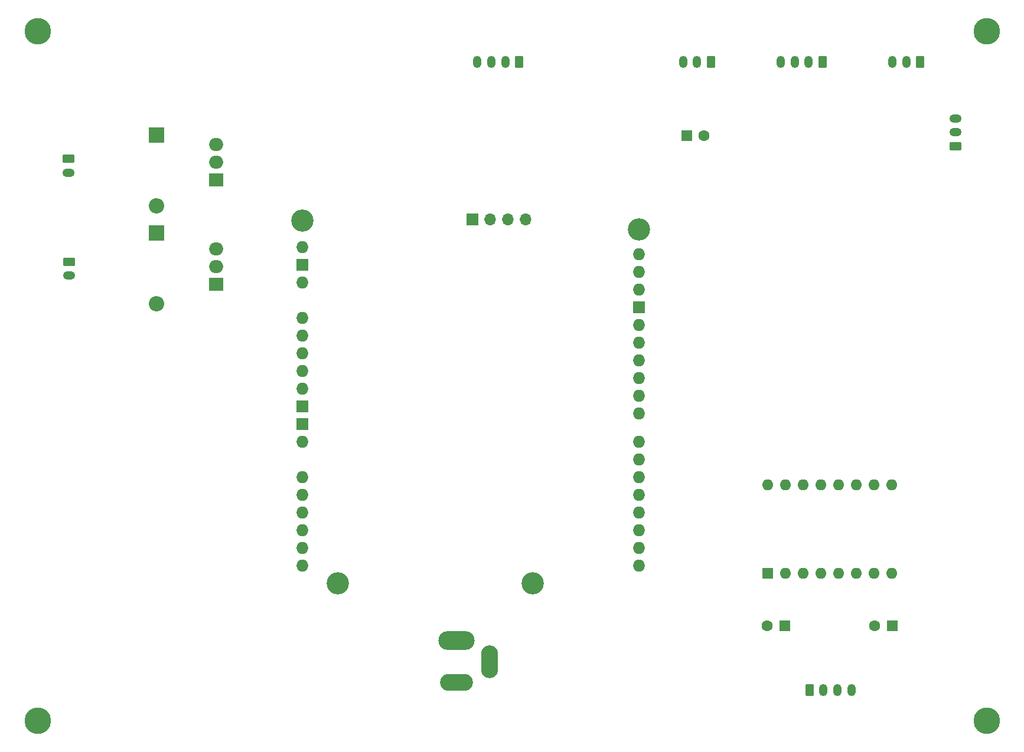
<source format=gbs>
%TF.GenerationSoftware,KiCad,Pcbnew,8.0.0*%
%TF.CreationDate,2024-03-04T10:49:59+07:00*%
%TF.ProjectId,capstone,63617073-746f-46e6-952e-6b696361645f,rev?*%
%TF.SameCoordinates,Original*%
%TF.FileFunction,Soldermask,Bot*%
%TF.FilePolarity,Negative*%
%FSLAX46Y46*%
G04 Gerber Fmt 4.6, Leading zero omitted, Abs format (unit mm)*
G04 Created by KiCad (PCBNEW 8.0.0) date 2024-03-04 10:49:59*
%MOMM*%
%LPD*%
G01*
G04 APERTURE LIST*
G04 Aperture macros list*
%AMRoundRect*
0 Rectangle with rounded corners*
0 $1 Rounding radius*
0 $2 $3 $4 $5 $6 $7 $8 $9 X,Y pos of 4 corners*
0 Add a 4 corners polygon primitive as box body*
4,1,4,$2,$3,$4,$5,$6,$7,$8,$9,$2,$3,0*
0 Add four circle primitives for the rounded corners*
1,1,$1+$1,$2,$3*
1,1,$1+$1,$4,$5*
1,1,$1+$1,$6,$7*
1,1,$1+$1,$8,$9*
0 Add four rect primitives between the rounded corners*
20,1,$1+$1,$2,$3,$4,$5,0*
20,1,$1+$1,$4,$5,$6,$7,0*
20,1,$1+$1,$6,$7,$8,$9,0*
20,1,$1+$1,$8,$9,$2,$3,0*%
G04 Aperture macros list end*
%ADD10RoundRect,0.250000X-0.625000X0.350000X-0.625000X-0.350000X0.625000X-0.350000X0.625000X0.350000X0*%
%ADD11O,1.750000X1.200000*%
%ADD12O,5.204000X2.704000*%
%ADD13O,4.704000X2.454000*%
%ADD14O,2.454000X4.704000*%
%ADD15RoundRect,0.250000X0.350000X0.625000X-0.350000X0.625000X-0.350000X-0.625000X0.350000X-0.625000X0*%
%ADD16O,1.200000X1.750000*%
%ADD17C,3.800000*%
%ADD18R,1.600000X1.600000*%
%ADD19C,1.600000*%
%ADD20RoundRect,0.250000X-0.350000X-0.625000X0.350000X-0.625000X0.350000X0.625000X-0.350000X0.625000X0*%
%ADD21R,2.000000X1.905000*%
%ADD22O,2.000000X1.905000*%
%ADD23C,3.200000*%
%ADD24O,1.727200X1.727200*%
%ADD25R,1.727200X1.727200*%
%ADD26R,2.200000X2.200000*%
%ADD27O,2.200000X2.200000*%
%ADD28R,1.700000X1.700000*%
%ADD29O,1.700000X1.700000*%
%ADD30O,1.600000X1.600000*%
%ADD31RoundRect,0.250000X0.625000X-0.350000X0.625000X0.350000X-0.625000X0.350000X-0.625000X-0.350000X0*%
G04 APERTURE END LIST*
D10*
%TO.C,J2*%
X99900000Y-59830000D03*
D11*
X99900000Y-61830000D03*
%TD*%
D12*
%TO.C,J11*%
X155500000Y-129000000D03*
D13*
X155500000Y-135000000D03*
D14*
X160200000Y-132000000D03*
%TD*%
D15*
%TO.C,W_LV_SENSOR*%
X164500000Y-45950000D03*
D16*
X162500000Y-45950000D03*
X160500000Y-45950000D03*
X158500000Y-45950000D03*
%TD*%
D17*
%TO.C,H2*%
X231500000Y-140500000D03*
%TD*%
%TO.C,H5*%
X95450000Y-140500000D03*
%TD*%
D18*
%TO.C,C5*%
X188500000Y-56500000D03*
D19*
X191000000Y-56500000D03*
%TD*%
D20*
%TO.C,STP_MTR*%
X206110000Y-136050000D03*
D16*
X208110000Y-136050000D03*
X210110000Y-136050000D03*
X212110000Y-136050000D03*
%TD*%
D21*
%TO.C,Q2*%
X121000000Y-77870000D03*
D22*
X121000000Y-75330000D03*
X121000000Y-72790000D03*
%TD*%
D23*
%TO.C,A1*%
X133370000Y-68689881D03*
X181630000Y-69959881D03*
X166390000Y-120759881D03*
X138450000Y-120759881D03*
D24*
X133370000Y-90279881D03*
X133370000Y-92819881D03*
X133370000Y-105519881D03*
X133370000Y-108059881D03*
X133370000Y-110599881D03*
X133370000Y-113139881D03*
X133370000Y-115679881D03*
X133370000Y-118219881D03*
X181630000Y-78595881D03*
X133370000Y-82659881D03*
X181630000Y-118219881D03*
X181630000Y-115679881D03*
X181630000Y-113139881D03*
X181630000Y-110599881D03*
X181630000Y-108059881D03*
X181630000Y-105519881D03*
X181630000Y-102979881D03*
X181630000Y-100439881D03*
X181630000Y-96375881D03*
X181630000Y-93835881D03*
X181630000Y-91295881D03*
X181630000Y-88755881D03*
X181630000Y-86215881D03*
X181630000Y-83675881D03*
D25*
X181630000Y-81135881D03*
X133370000Y-95359881D03*
X133370000Y-97899881D03*
X133370000Y-75039881D03*
D24*
X133370000Y-85199881D03*
X133370000Y-72499881D03*
X133370000Y-87739881D03*
X181630000Y-73515881D03*
X181630000Y-76055881D03*
X133370000Y-77579881D03*
X133370000Y-100439881D03*
%TD*%
D18*
%TO.C,C4*%
X202542380Y-126850000D03*
D19*
X200042380Y-126850000D03*
%TD*%
D26*
%TO.C,D2*%
X112500000Y-70500000D03*
D27*
X112500000Y-80660000D03*
%TD*%
D15*
%TO.C,DHT-11*%
X222000000Y-45950000D03*
D16*
X220000000Y-45950000D03*
X218000000Y-45950000D03*
%TD*%
D15*
%TO.C,ULT_SENSOR*%
X208000000Y-45950000D03*
D16*
X206000000Y-45950000D03*
X204000000Y-45950000D03*
X202000000Y-45950000D03*
%TD*%
D28*
%TO.C,J10*%
X157750000Y-68500000D03*
D29*
X160290000Y-68500000D03*
X162830000Y-68500000D03*
X165370000Y-68500000D03*
%TD*%
D26*
%TO.C,D1*%
X112500000Y-56420000D03*
D27*
X112500000Y-66580000D03*
%TD*%
D17*
%TO.C,H1*%
X231500000Y-41500000D03*
%TD*%
D18*
%TO.C,A2*%
X200110000Y-119340000D03*
D30*
X202650000Y-119340000D03*
X205190000Y-119340000D03*
X207730000Y-119340000D03*
X210270000Y-119340000D03*
X212810000Y-119340000D03*
X215350000Y-119340000D03*
X217890000Y-119340000D03*
X217890000Y-106640000D03*
X215350000Y-106640000D03*
X212810000Y-106640000D03*
X210270000Y-106640000D03*
X207730000Y-106640000D03*
X205190000Y-106640000D03*
X202650000Y-106640000D03*
X200110000Y-106640000D03*
%TD*%
D31*
%TO.C,WTR_PMP*%
X227050000Y-58000000D03*
D11*
X227050000Y-56000000D03*
X227050000Y-54000000D03*
%TD*%
D15*
%TO.C,SERVO_PWM*%
X192000000Y-45950000D03*
D16*
X190000000Y-45950000D03*
X188000000Y-45950000D03*
%TD*%
D17*
%TO.C,H3*%
X95450000Y-41500000D03*
%TD*%
D21*
%TO.C,Q1*%
X121000000Y-62870000D03*
D22*
X121000000Y-60330000D03*
X121000000Y-57790000D03*
%TD*%
D18*
%TO.C,C3*%
X217974759Y-126849999D03*
D19*
X215474759Y-126849999D03*
%TD*%
D10*
%TO.C,J3*%
X99950000Y-74580000D03*
D11*
X99950000Y-76580000D03*
%TD*%
M02*

</source>
